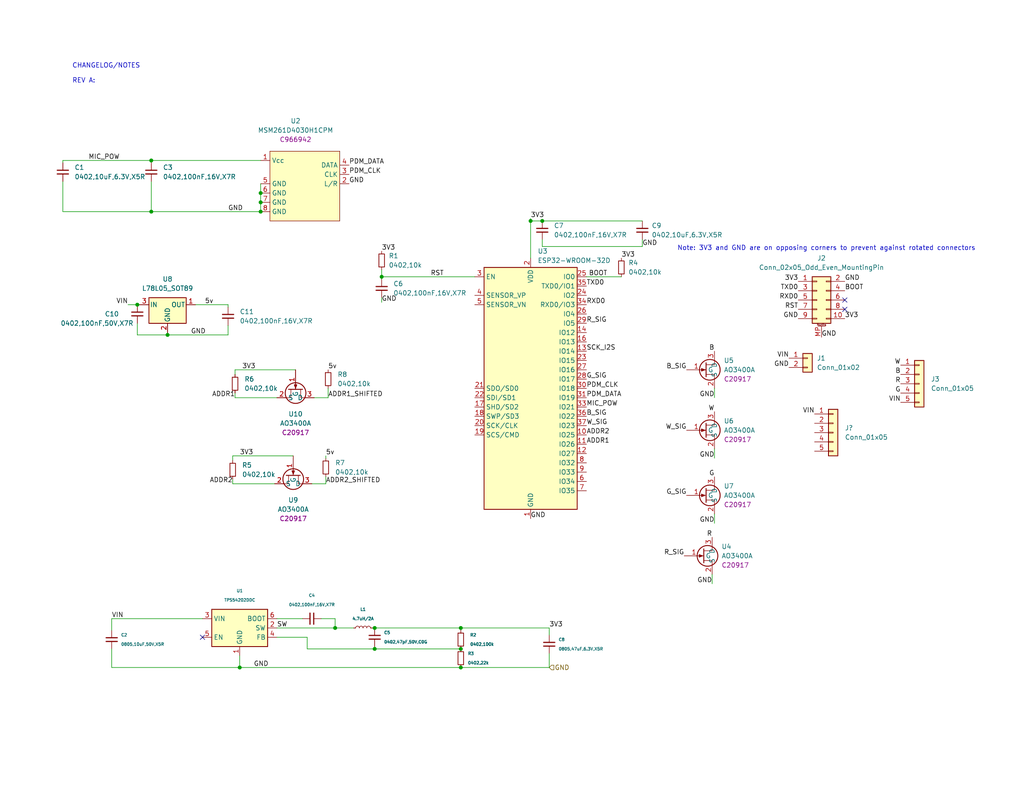
<source format=kicad_sch>
(kicad_sch (version 20211123) (generator eeschema)
  (paper "USLetter")
  (title_block (title "Main"))
  (lib_symbols
    (symbol "Connector_Generic:Conn_01x02" (pin_names (offset 1.016) hide)
      (property "Reference" "J" (at 0 2.54 0))
      (property "Value" "Conn_01x02" (at 0 -5.08 0))
      (symbol "Conn_01x02_1_1"
        (rectangle (start -1.27 -2.413) (end 0 -2.667) (stroke (width 0.1524)))
        (rectangle (start -1.27 0.127) (end 0 -0.127) (stroke (width 0.1524)))
        (rectangle (start -1.27 1.27) (end 1.27 -3.81) (stroke (width 0.254)) (fill (type background)))
        (pin passive line (at -5.08 0 0) (length 3.81) (name "Pin_1") (number "1"))
        (pin passive line (at -5.08 -2.54 0) (length 3.81) (name "Pin_2") (number "2"))
      )
    )
    (symbol "Connector_Generic:Conn_01x05" (pin_names (offset 1.016) hide)
      (property "Reference" "J" (at 0 7.62 0))
      (property "Value" "Conn_01x05" (at 0 -7.62 0))
      (symbol "Conn_01x05_1_1"
        (rectangle (start -1.27 -4.953) (end 0 -5.207) (stroke (width 0.1524)))
        (rectangle (start -1.27 -2.413) (end 0 -2.667) (stroke (width 0.1524)))
        (rectangle (start -1.27 0.127) (end 0 -0.127) (stroke (width 0.1524)))
        (rectangle (start -1.27 2.667) (end 0 2.413) (stroke (width 0.1524)))
        (rectangle (start -1.27 5.207) (end 0 4.953) (stroke (width 0.1524)))
        (rectangle (start -1.27 6.35) (end 1.27 -6.35) (stroke (width 0.254)) (fill (type background)))
        (pin passive line (at -5.08 5.08 0) (length 3.81) (name "Pin_1") (number "1"))
        (pin passive line (at -5.08 2.54 0) (length 3.81) (name "Pin_2") (number "2"))
        (pin passive line (at -5.08 0 0) (length 3.81) (name "Pin_3") (number "3"))
        (pin passive line (at -5.08 -2.54 0) (length 3.81) (name "Pin_4") (number "4"))
        (pin passive line (at -5.08 -5.08 0) (length 3.81) (name "Pin_5") (number "5"))
      )
    )
    (symbol "Connector_Generic_MountingPin:Conn_02x05_Odd_Even_MountingPin" (pin_names (offset 1.016) hide)
      (property "Reference" "J" (at 1.27 7.62 0))
      (property "Value" "Conn_02x05_Odd_Even_MountingPin" (at 2.54 -7.62 0))
      (symbol "Conn_02x05_Odd_Even_MountingPin_1_1"
        (rectangle (start -1.27 -4.953) (end 0 -5.207) (stroke (width 0.1524)))
        (rectangle (start -1.27 -2.413) (end 0 -2.667) (stroke (width 0.1524)))
        (rectangle (start -1.27 0.127) (end 0 -0.127) (stroke (width 0.1524)))
        (rectangle (start -1.27 2.667) (end 0 2.413) (stroke (width 0.1524)))
        (rectangle (start -1.27 5.207) (end 0 4.953) (stroke (width 0.1524)))
        (rectangle (start -1.27 6.35) (end 3.81 -6.35) (stroke (width 0.254)) (fill (type background)))
        (polyline (pts (xy 0.254 -7.112) (xy 2.286 -7.112)) (stroke (width 0.1524)))
        (rectangle (start 3.81 -4.953) (end 2.54 -5.207) (stroke (width 0.1524)))
        (rectangle (start 3.81 -2.413) (end 2.54 -2.667) (stroke (width 0.1524)))
        (rectangle (start 3.81 0.127) (end 2.54 -0.127) (stroke (width 0.1524)))
        (rectangle (start 3.81 2.667) (end 2.54 2.413) (stroke (width 0.1524)))
        (rectangle (start 3.81 5.207) (end 2.54 4.953) (stroke (width 0.1524)))
        (text "Mounting" (at 1.27 -6.731 0) (effects (font (size 0.381 0.381))))
        (pin passive line (at -5.08 5.08 0) (length 3.81) (name "Pin_1") (number "1"))
        (pin passive line (at 7.62 -5.08 180) (length 3.81) (name "Pin_10") (number "10"))
        (pin passive line (at 7.62 5.08 180) (length 3.81) (name "Pin_2") (number "2"))
        (pin passive line (at -5.08 2.54 0) (length 3.81) (name "Pin_3") (number "3"))
        (pin passive line (at 7.62 2.54 180) (length 3.81) (name "Pin_4") (number "4"))
        (pin passive line (at -5.08 0 0) (length 3.81) (name "Pin_5") (number "5"))
        (pin passive line (at 7.62 0 180) (length 3.81) (name "Pin_6") (number "6"))
        (pin passive line (at -5.08 -2.54 0) (length 3.81) (name "Pin_7") (number "7"))
        (pin passive line (at 7.62 -2.54 180) (length 3.81) (name "Pin_8") (number "8"))
        (pin passive line (at -5.08 -5.08 0) (length 3.81) (name "Pin_9") (number "9"))
        (pin passive line (at 1.27 -10.16 90) (length 3.048) (name "MountPin") (number "MP"))
      )
    )
    (symbol "Device:L_Small" (pin_numbers hide) (pin_names (offset 0.254) hide)
      (property "Reference" "L" (at 0.762 1.016 0))
      (property "Value" "L_Small" (at 0.762 -1.016 0))
      (symbol "L_Small_0_1"
        (arc (start 0 -2.032) (mid 0.508 -1.524) (end 0 -1.016))
        (arc (start 0 -1.016) (mid 0.508 -0.508) (end 0 0))
        (arc (start 0 0) (mid 0.508 0.508) (end 0 1.016))
        (arc (start 0 1.016) (mid 0.508 1.524) (end 0 2.032))
      )
      (symbol "L_Small_1_1"
        (pin passive line (at 0 2.54 270) (length 0.508) (name "~") (number "1"))
        (pin passive line (at 0 -2.54 90) (length 0.508) (name "~") (number "2"))
      )
    )
    (symbol "RF_Module:ESP32-WROOM-32D"
      (property "Reference" "U" (at -12.7 34.29 0))
      (property "Value" "ESP32-WROOM-32D" (at 1.27 34.29 0))
      (symbol "ESP32-WROOM-32D_0_1"
        (rectangle (start -12.7 33.02) (end 12.7 -33.02) (stroke (width 0.254)) (fill (type background)))
      )
      (symbol "ESP32-WROOM-32D_1_1"
        (pin power_in line (at 0 -35.56 90) (length 2.54) (name "GND") (number "1"))
        (pin bidirectional line (at 15.24 -12.7 180) (length 2.54) (name "IO25") (number "10"))
        (pin bidirectional line (at 15.24 -15.24 180) (length 2.54) (name "IO26") (number "11"))
        (pin bidirectional line (at 15.24 -17.78 180) (length 2.54) (name "IO27") (number "12"))
        (pin bidirectional line (at 15.24 10.16 180) (length 2.54) (name "IO14") (number "13"))
        (pin bidirectional line (at 15.24 15.24 180) (length 2.54) (name "IO12") (number "14"))
        (pin passive line (at 0 -35.56 90) (length 2.54) hide (name "GND") (number "15"))
        (pin bidirectional line (at 15.24 12.7 180) (length 2.54) (name "IO13") (number "16"))
        (pin bidirectional line (at -15.24 -5.08 0) (length 2.54) (name "SHD/SD2") (number "17"))
        (pin bidirectional line (at -15.24 -7.62 0) (length 2.54) (name "SWP/SD3") (number "18"))
        (pin bidirectional line (at -15.24 -12.7 0) (length 2.54) (name "SCS/CMD") (number "19"))
        (pin power_in line (at 0 35.56 270) (length 2.54) (name "VDD") (number "2"))
        (pin bidirectional line (at -15.24 -10.16 0) (length 2.54) (name "SCK/CLK") (number "20"))
        (pin bidirectional line (at -15.24 0 0) (length 2.54) (name "SDO/SD0") (number "21"))
        (pin bidirectional line (at -15.24 -2.54 0) (length 2.54) (name "SDI/SD1") (number "22"))
        (pin bidirectional line (at 15.24 7.62 180) (length 2.54) (name "IO15") (number "23"))
        (pin bidirectional line (at 15.24 25.4 180) (length 2.54) (name "IO2") (number "24"))
        (pin bidirectional line (at 15.24 30.48 180) (length 2.54) (name "IO0") (number "25"))
        (pin bidirectional line (at 15.24 20.32 180) (length 2.54) (name "IO4") (number "26"))
        (pin bidirectional line (at 15.24 5.08 180) (length 2.54) (name "IO16") (number "27"))
        (pin bidirectional line (at 15.24 2.54 180) (length 2.54) (name "IO17") (number "28"))
        (pin bidirectional line (at 15.24 17.78 180) (length 2.54) (name "IO5") (number "29"))
        (pin input line (at -15.24 30.48 0) (length 2.54) (name "EN") (number "3"))
        (pin bidirectional line (at 15.24 0 180) (length 2.54) (name "IO18") (number "30"))
        (pin bidirectional line (at 15.24 -2.54 180) (length 2.54) (name "IO19") (number "31"))
        (pin no_connect line (at -12.7 -27.94 0) (length 2.54) hide (name "NC") (number "32"))
        (pin bidirectional line (at 15.24 -5.08 180) (length 2.54) (name "IO21") (number "33"))
        (pin bidirectional line (at 15.24 22.86 180) (length 2.54) (name "RXD0/IO3") (number "34"))
        (pin bidirectional line (at 15.24 27.94 180) (length 2.54) (name "TXD0/IO1") (number "35"))
        (pin bidirectional line (at 15.24 -7.62 180) (length 2.54) (name "IO22") (number "36"))
        (pin bidirectional line (at 15.24 -10.16 180) (length 2.54) (name "IO23") (number "37"))
        (pin passive line (at 0 -35.56 90) (length 2.54) hide (name "GND") (number "38"))
        (pin passive line (at 0 -35.56 90) (length 2.54) hide (name "GND") (number "39"))
        (pin input line (at -15.24 25.4 0) (length 2.54) (name "SENSOR_VP") (number "4"))
        (pin input line (at -15.24 22.86 0) (length 2.54) (name "SENSOR_VN") (number "5"))
        (pin input line (at 15.24 -25.4 180) (length 2.54) (name "IO34") (number "6"))
        (pin input line (at 15.24 -27.94 180) (length 2.54) (name "IO35") (number "7"))
        (pin bidirectional line (at 15.24 -20.32 180) (length 2.54) (name "IO32") (number "8"))
        (pin bidirectional line (at 15.24 -22.86 180) (length 2.54) (name "IO33") (number "9"))
      )
    )
    (symbol "Regulator_Linear:L78L05_SOT89" (pin_names (offset 0.254))
      (property "Reference" "U" (at -3.81 3.175 0))
      (property "Value" "L78L05_SOT89" (at -0.635 3.175 0))
      (symbol "L78L05_SOT89_0_1"
        (rectangle (start -5.08 1.905) (end 5.08 -5.08) (stroke (width 0.254)) (fill (type background)))
      )
      (symbol "L78L05_SOT89_1_1"
        (pin power_out line (at 7.62 0 180) (length 2.54) (name "OUT") (number "1"))
        (pin power_in line (at 0 -7.62 90) (length 2.54) (name "GND") (number "2"))
        (pin power_in line (at -7.62 0 0) (length 2.54) (name "IN") (number "3"))
      )
    )
    (symbol "Regulator_Switching:TPS54202DDC"
      (property "Reference" "U" (at -7.62 6.35 0))
      (property "Value" "TPS54202DDC" (at 0 6.35 0))
      (symbol "TPS54202DDC_0_1"
        (rectangle (start -7.62 5.08) (end 7.62 -5.08) (stroke (width 0.254)) (fill (type background)))
      )
      (symbol "TPS54202DDC_1_1"
        (pin power_in line (at 0 -7.62 90) (length 2.54) (name "GND") (number "1"))
        (pin power_out line (at 10.16 0 180) (length 2.54) (name "SW") (number "2"))
        (pin power_in line (at -10.16 2.54 0) (length 2.54) (name "VIN") (number "3"))
        (pin input line (at 10.16 -2.54 180) (length 2.54) (name "FB") (number "4"))
        (pin input line (at -10.16 -2.54 0) (length 2.54) (name "EN") (number "5"))
        (pin passive line (at 10.16 2.54 180) (length 2.54) (name "BOOT") (number "6"))
      )
    )
    (symbol "WS_LCSC_ICs:MSM261D4030H1CPM"
      (property "Reference" "U" (at 6.35 8.89 0))
      (property "Value" "MSM261D4030H1CPM" (at 8.89 6.35 0))
      (property "LCSC" "C966942" (at 8.89 3.81 0))
      (symbol "MSM261D4030H1CPM_0_0"
        (pin unspecified line (at 0 0 0) (length 2.54) (name "Vcc") (number "1"))
        (pin unspecified line (at 24.13 -6.35 180) (length 2.54) (name "L/R") (number "2"))
        (pin unspecified line (at 24.13 -3.81 180) (length 2.54) (name "CLK") (number "3"))
        (pin unspecified line (at 24.13 -1.27 180) (length 2.54) (name "DATA") (number "4"))
        (pin unspecified line (at 0 -6.35 0) (length 2.54) (name "GND") (number "5"))
        (pin unspecified line (at 0 -8.89 0) (length 2.54) (name "GND") (number "6"))
        (pin unspecified line (at 0 -11.43 0) (length 2.54) (name "GND") (number "7"))
        (pin unspecified line (at 0 -13.97 0) (length 2.54) (name "GND") (number "8"))
      )
      (symbol "MSM261D4030H1CPM_0_1"
        (rectangle (start 2.54 2.54) (end 21.59 -16.51) (fill (type background)))
      )
    )
    (symbol "WS_LCSC_transistors:AO3400A"
      (property "Reference" "U" (at -8.89 2.54 0))
      (property "Value" "AO3400A" (at -6.35 5.08 0))
      (property "LCSC" "C20917" (at 1.27 21.59 0))
      (symbol "AO3400A_0_1"
        (polyline (pts (xy -1.016 1.905) (xy -1.016 -1.905) (xy -1.016 -1.905)) (stroke (width 0.254)))
        (polyline (pts (xy 1.27 -2.54) (xy 1.27 -1.27) (xy -1.016 -1.27)))
        (polyline (pts (xy 1.27 2.54) (xy 1.27 1.397) (xy -1.016 1.397)))
        (polyline (pts (xy -1.27 0) (xy -2.286 0.381) (xy -2.286 -0.381) (xy -1.27 0)) (fill (type outline)))
        (circle (center 0 0) (radius 2.8194) (stroke (width 0.254)))
      )
      (symbol "AO3400A_1_1"
        (pin input line (at -6.35 0 0) (length 5.334) (name "G") (number "1"))
        (pin passive line (at 1.27 -5.08 90) (length 2.54) (name "S") (number "2"))
        (pin passive line (at 1.27 5.08 270) (length 2.54) (name "D") (number "3"))
      )
    )
    (symbol "jlcpcb-basic-capacitor:0402,100nF,16V,X7R "
      (property "Reference" "C" (at 1.71 0.508 0))
      (property "Value" "0402,100nF,16V,X7R " (at 1.71 -1.016 0))
      (symbol "0402,100nF,16V,X7R _0_0"
        (polyline (pts (xy -1.524 -0.508) (xy 1.524 -0.508)) (stroke (width 0.3048)))
        (polyline (pts (xy -1.524 0.508) (xy 1.524 0.508)) (stroke (width 0.3048)))
        (pin passive line (at 0 2.54 270) (length 2.032) (name "~") (number "1"))
        (pin passive line (at 0 -2.54 90) (length 2.032) (name "~") (number "2"))
      )
    )
    (symbol "jlcpcb-basic-capacitor:0402,100nF,50V,X7R "
      (property "Reference" "C" (at 1.71 0.508 0))
      (property "Value" "0402,100nF,50V,X7R " (at 1.71 -1.016 0))
      (symbol "0402,100nF,50V,X7R _0_0"
        (polyline (pts (xy -1.524 -0.508) (xy 1.524 -0.508)) (stroke (width 0.3048)))
        (polyline (pts (xy -1.524 0.508) (xy 1.524 0.508)) (stroke (width 0.3048)))
        (pin passive line (at 0 2.54 270) (length 2.032) (name "~") (number "1"))
        (pin passive line (at 0 -2.54 90) (length 2.032) (name "~") (number "2"))
      )
    )
    (symbol "jlcpcb-basic-capacitor:0402,10uF,6.3V,X5R "
      (property "Reference" "C" (at 1.71 0.508 0))
      (property "Value" "0402,10uF,6.3V,X5R " (at 1.71 -1.016 0))
      (symbol "0402,10uF,6.3V,X5R _0_0"
        (polyline (pts (xy -1.524 -0.508) (xy 1.524 -0.508)) (stroke (width 0.3048)))
        (polyline (pts (xy -1.524 0.508) (xy 1.524 0.508)) (stroke (width 0.3048)))
        (pin passive line (at 0 2.54 270) (length 2.032) (name "~") (number "1"))
        (pin passive line (at 0 -2.54 90) (length 2.032) (name "~") (number "2"))
      )
    )
    (symbol "jlcpcb-basic-capacitor:0402,47pF,50V,C0G "
      (property "Reference" "C" (at 1.71 0.508 0))
      (property "Value" "0402,47pF,50V,C0G " (at 1.71 -1.016 0))
      (symbol "0402,47pF,50V,C0G _0_0"
        (polyline (pts (xy -1.524 -0.508) (xy 1.524 -0.508)) (stroke (width 0.3048)))
        (polyline (pts (xy -1.524 0.508) (xy 1.524 0.508)) (stroke (width 0.3048)))
        (pin passive line (at 0 2.54 270) (length 2.032) (name "~") (number "1"))
        (pin passive line (at 0 -2.54 90) (length 2.032) (name "~") (number "2"))
      )
    )
    (symbol "jlcpcb-basic-capacitor:0805,10uF,50V,X5R "
      (property "Reference" "C" (at 1.71 0.508 0))
      (property "Value" "0805,10uF,50V,X5R " (at 1.71 -1.016 0))
      (symbol "0805,10uF,50V,X5R _0_0"
        (polyline (pts (xy -1.524 -0.508) (xy 1.524 -0.508)) (stroke (width 0.3048)))
        (polyline (pts (xy -1.524 0.508) (xy 1.524 0.508)) (stroke (width 0.3048)))
        (pin passive line (at 0 2.54 270) (length 2.032) (name "~") (number "1"))
        (pin passive line (at 0 -2.54 90) (length 2.032) (name "~") (number "2"))
      )
    )
    (symbol "jlcpcb-basic-capacitor:0805,47uF,6.3V,X5R "
      (property "Reference" "C" (at 1.71 0.508 0))
      (property "Value" "0805,47uF,6.3V,X5R " (at 1.71 -1.016 0))
      (symbol "0805,47uF,6.3V,X5R _0_0"
        (polyline (pts (xy -1.524 -0.508) (xy 1.524 -0.508)) (stroke (width 0.3048)))
        (polyline (pts (xy -1.524 0.508) (xy 1.524 0.508)) (stroke (width 0.3048)))
        (pin passive line (at 0 2.54 270) (length 2.032) (name "~") (number "1"))
        (pin passive line (at 0 -2.54 90) (length 2.032) (name "~") (number "2"))
      )
    )
    (symbol "jlcpcb-basic-resistor:0402,100k"
      (property "Reference" "R" (at 0.762 0.508 0))
      (property "Value" "0402,100k" (at 0.762 -1.016 0))
      (symbol "0402,100k_0_0"
        (rectangle (start -0.762 1.778) (end 0.762 -1.778) (stroke (width 0.2032)))
        (pin passive line (at 0 2.54 270) (length 0.762) (name "~") (number "1"))
        (pin passive line (at 0 -2.54 90) (length 0.762) (name "~") (number "2"))
      )
    )
    (symbol "jlcpcb-basic-resistor:0402,10k"
      (property "Reference" "R" (at 0.762 0.508 0))
      (property "Value" "0402,10k" (at 0.762 -1.016 0))
      (symbol "0402,10k_0_0"
        (rectangle (start -0.762 1.778) (end 0.762 -1.778) (stroke (width 0.2032)))
        (pin passive line (at 0 2.54 270) (length 0.762) (name "~") (number "1"))
        (pin passive line (at 0 -2.54 90) (length 0.762) (name "~") (number "2"))
      )
    )
    (symbol "jlcpcb-basic-resistor:0402,22k"
      (property "Reference" "R" (at 0.762 0.508 0))
      (property "Value" "0402,22k" (at 0.762 -1.016 0))
      (symbol "0402,22k_0_0"
        (rectangle (start -0.762 1.778) (end 0.762 -1.778) (stroke (width 0.2032)))
        (pin passive line (at 0 2.54 270) (length 0.762) (name "~") (number "1"))
        (pin passive line (at 0 -2.54 90) (length 0.762) (name "~") (number "2"))
      )
    )
  )
  (junction (at 104.14 75.565))
  (junction (at 102.235 171.45))
  (junction (at 37.465 83.185))
  (junction (at 147.955 60.325))
  (junction (at 45.72 91.44))
  (junction (at 144.78 60.325))
  (junction (at 71.12 55.245))
  (junction (at 91.44 171.45))
  (junction (at 125.73 171.45))
  (junction (at 71.12 57.785))
  (junction (at 41.275 43.815))
  (junction (at 65.405 182.245))
  (junction (at 71.12 52.705))
  (junction (at 41.275 57.785))
  (junction (at 102.235 177.165))
  (junction (at 125.73 182.245))
  (junction (at 125.73 177.165))
  (no_connect (at 230.505 84.455))
  (no_connect (at 55.245 173.99))
  (no_connect (at 230.505 81.915))
  (wire (pts (xy 91.44 168.91) (xy 91.44 171.45)))
  (wire (pts (xy 62.23 88.9) (xy 62.23 91.44)))
  (wire (pts (xy 41.275 49.53) (xy 41.275 57.785)))
  (wire (pts (xy 64.135 108.585) (xy 64.135 107.315)))
  (wire (pts (xy 37.465 83.185) (xy 38.1 83.185)))
  (wire (pts (xy 104.14 73.66) (xy 104.14 75.565)))
  (wire (pts (xy 37.465 91.44) (xy 45.72 91.44)))
  (wire (pts (xy 80.645 100.965) (xy 64.135 100.965)))
  (wire (pts (xy 53.34 83.185) (xy 62.23 83.185)))
  (wire (pts (xy 85.725 108.585) (xy 89.535 108.585)))
  (wire (pts (xy 88.9 124.46) (xy 88.9 125.095)))
  (wire (pts (xy 41.275 43.815) (xy 17.145 43.815)))
  (wire (pts (xy 45.72 91.44) (xy 45.72 90.805)))
  (wire (pts (xy 83.82 173.99) (xy 75.565 173.99)))
  (wire (pts (xy 62.23 91.44) (xy 45.72 91.44)))
  (wire (pts (xy 80.01 124.46) (xy 63.5 124.46)))
  (wire (pts (xy 71.12 43.815) (xy 41.275 43.815)))
  (wire (pts (xy 160.02 75.565) (xy 169.545 75.565)))
  (wire (pts (xy 87.63 168.91) (xy 91.44 168.91)))
  (wire (pts (xy 129.54 75.565) (xy 104.14 75.565)))
  (wire (pts (xy 30.48 182.245) (xy 65.405 182.245)))
  (wire (pts (xy 63.5 124.46) (xy 63.5 125.73)))
  (wire (pts (xy 194.945 125.095) (xy 194.945 122.555)))
  (wire (pts (xy 125.73 182.245) (xy 65.405 182.245)))
  (wire (pts (xy 71.12 55.245) (xy 71.12 57.785)))
  (wire (pts (xy 55.245 168.91) (xy 30.48 168.91)))
  (wire (pts (xy 104.14 75.565) (xy 104.14 76.2)))
  (wire (pts (xy 102.235 177.165) (xy 102.235 176.53)))
  (wire (pts (xy 104.14 82.55) (xy 104.14 81.28)))
  (wire (pts (xy 30.48 168.91) (xy 30.48 172.085)))
  (wire (pts (xy 62.23 83.185) (xy 62.23 83.82)))
  (wire (pts (xy 71.12 52.705) (xy 71.12 55.245)))
  (wire (pts (xy 125.73 172.085) (xy 125.73 171.45)))
  (wire (pts (xy 17.145 43.815) (xy 17.145 44.45)))
  (wire (pts (xy 71.12 50.165) (xy 71.12 52.705)))
  (wire (pts (xy 144.78 60.325) (xy 144.78 70.485)))
  (wire (pts (xy 88.9 132.08) (xy 88.9 130.175)))
  (wire (pts (xy 37.465 88.265) (xy 37.465 91.44)))
  (wire (pts (xy 75.565 108.585) (xy 64.135 108.585)))
  (wire (pts (xy 144.78 59.69) (xy 144.78 60.325)))
  (wire (pts (xy 102.235 171.45) (xy 125.73 171.45)))
  (wire (pts (xy 74.93 132.08) (xy 63.5 132.08)))
  (wire (pts (xy 144.78 60.325) (xy 147.955 60.325)))
  (wire (pts (xy 85.09 132.08) (xy 88.9 132.08)))
  (wire (pts (xy 75.565 168.91) (xy 82.55 168.91)))
  (wire (pts (xy 149.86 178.435) (xy 149.86 182.245)))
  (wire (pts (xy 64.135 100.965) (xy 64.135 102.235)))
  (wire (pts (xy 175.26 67.31) (xy 147.955 67.31)))
  (wire (pts (xy 194.945 108.585) (xy 194.945 106.045)))
  (wire (pts (xy 175.26 67.31) (xy 175.26 65.405)))
  (wire (pts (xy 71.12 57.785) (xy 41.275 57.785)))
  (wire (pts (xy 194.31 159.385) (xy 194.31 156.845)))
  (wire (pts (xy 147.955 60.325) (xy 175.26 60.325)))
  (wire (pts (xy 91.44 171.45) (xy 96.52 171.45)))
  (wire (pts (xy 102.235 171.45) (xy 101.6 171.45)))
  (wire (pts (xy 125.73 177.165) (xy 102.235 177.165)))
  (wire (pts (xy 65.405 179.07) (xy 65.405 182.245)))
  (wire (pts (xy 194.945 142.875) (xy 194.945 140.335)))
  (wire (pts (xy 91.44 171.45) (xy 75.565 171.45)))
  (wire (pts (xy 125.73 171.45) (xy 149.86 171.45)))
  (wire (pts (xy 63.5 132.08) (xy 63.5 130.81)))
  (wire (pts (xy 34.925 83.185) (xy 37.465 83.185)))
  (wire (pts (xy 41.275 57.785) (xy 17.145 57.785)))
  (wire (pts (xy 102.235 177.165) (xy 83.82 177.165)))
  (wire (pts (xy 149.86 171.45) (xy 149.86 173.355)))
  (wire (pts (xy 17.145 57.785) (xy 17.145 49.53)))
  (wire (pts (xy 41.275 43.815) (xy 41.275 44.45)))
  (wire (pts (xy 147.955 67.31) (xy 147.955 65.405)))
  (wire (pts (xy 30.48 177.165) (xy 30.48 182.245)))
  (wire (pts (xy 125.73 182.245) (xy 149.86 182.245)))
  (wire (pts (xy 83.82 177.165) (xy 83.82 173.99)))
  (wire (pts (xy 89.535 108.585) (xy 89.535 106.045)))
  (text "Note: 3V3 and GND are on opposing corners to prevent against rotated connectors\n" (at 184.785 68.58 0) (effects (font (size 1.27 1.27)) (justify left bottom)))
  (text "CHANGELOG/NOTES\n\nREV A: " (at 19.685 22.86 0) (effects (font (size 1.27 1.27)) (justify left bottom)))
  (label "R" (at 245.745 104.775 180))
  (label "ADDR1_SHIFTED" (at 89.535 108.585 0))
  (label "G_SIG" (at 160.02 103.505 0))
  (label "R_SIG" (at 186.69 151.765 180))
  (label "5v" (at 89.535 100.965 0))
  (label "SCK_I2S" (at 160.02 95.885 0))
  (label "TXD0" (at 160.02 78.105 0))
  (label "PDM_CLK" (at 95.25 47.625 0))
  (label "GND" (at 217.805 86.995 180))
  (label "B_SIG" (at 160.02 113.665 0))
  (label "W" (at 245.745 99.695 180))
  (label "GND" (at 194.945 108.585 180))
  (label "RXD0" (at 160.02 83.185 0))
  (label "5v" (at 88.9 124.46 0))
  (label "R" (at 194.31 146.685 180))
  (label "3V3" (at 169.545 70.485 0))
  (label "PDM_DATA" (at 160.02 108.585 0))
  (label "GND" (at 175.26 67.31 0))
  (label "VIN" (at 245.745 109.855 180))
  (label "W_SIG" (at 160.02 116.205 0))
  (label "G_SIG" (at 187.325 135.255 180))
  (label "VIN" (at 34.925 83.185 180))
  (label "3V3" (at 65.405 124.46 0))
  (label "MIC_POW" (at 24.13 43.815 0))
  (label "GND" (at 230.505 76.835 0))
  (label "3V3" (at 104.14 68.58 0))
  (label "ADDR2_SHIFTED" (at 88.9 132.08 0))
  (label "GND" (at 52.07 91.44 0))
  (label "W" (at 194.945 112.395 180))
  (label "3V3" (at 217.805 76.835 180))
  (label "ADDR2" (at 63.5 132.08 180))
  (label "3V3" (at 149.86 171.45 0))
  (label "RST" (at 117.475 75.565 0))
  (label "B" (at 245.745 102.235 180))
  (label "GND" (at 194.945 125.095 180))
  (label "PDM_CLK" (at 160.02 106.045 0))
  (label "PDM_DATA" (at 95.25 45.085 0))
  (label "VIN" (at 215.265 97.79 180))
  (label "ADDR2" (at 160.02 118.745 0))
  (label "R_SIG" (at 160.02 88.265 0))
  (label "GND" (at 69.215 182.245 0))
  (label "B" (at 194.945 95.885 180))
  (label "B_SIG" (at 187.325 100.965 180))
  (label "W_SIG" (at 187.325 117.475 180))
  (label "GND" (at 224.155 92.075 0))
  (label "3V3" (at 230.505 86.995 0))
  (label "VIN" (at 30.48 168.91 0))
  (label "5v" (at 55.88 83.185 0))
  (label "SW" (at 75.565 171.45 0))
  (label "TXD0" (at 217.805 79.375 180))
  (label "GND" (at 194.31 159.385 180))
  (label "GND" (at 104.14 82.55 0))
  (label "3V3" (at 144.78 59.69 0))
  (label "GND" (at 194.945 142.875 180))
  (label "G" (at 245.745 107.315 180))
  (label "GND" (at 215.265 100.33 180))
  (label "BOOT" (at 165.735 75.565 180))
  (label "GND" (at 62.23 57.785 0))
  (label "G" (at 194.945 130.175 180))
  (label "GND" (at 95.25 50.165 0))
  (label "RST" (at 217.805 84.455 180))
  (label "ADDR1" (at 64.135 108.585 180))
  (label "GND" (at 144.78 141.605 0))
  (label "RXD0" (at 217.805 81.915 180))
  (label "ADDR1" (at 160.02 121.285 0))
  (label "3V3" (at 66.04 100.965 0))
  (label "MIC_POW" (at 160.02 111.125 0))
  (label "VIN" (at 222.25 113.03 180))
  (label "BOOT" (at 230.505 79.375 0))
  (hierarchical_label "GND" (shape input) (at 149.86 182.245 0))
  (symbol (lib_id "Regulator_Switching:TPS54202DDC") (at 65.405 171.45 0) (unit 1)
    (property "Reference" "U1" (at 65.405 161.29 0) (effects (font (size 0.8 0.8))))
    (property "Value" "TPS54202DDC" (at 65.405 163.83 0) (effects (font (size 0.8 0.8))))
    (property "Footprint" "Package_TO_SOT_SMD:SOT-23-6" (effects hide))
    (property "Datasheet" "http://www.ti.com/lit/ds/symlink/tps54202.pdf" (effects hide))
    (property "LCSC" "C191884" (effects hide))
    (property "MFG" "Texas Instruments" (effects hide))
    (property "MFGPN" "TPS54202DDCR" (effects hide))
  )
  (symbol (lib_id "jlcpcb-basic-capacitor:0402,100nF,16V,X7R ") (at 85.09 168.91 90) (unit 1)
    (property "Reference" "C4" (at 85.09 162.56 90) (effects (font (size 0.8 0.8))))
    (property "Value" "0402,100nF,16V,X7R " (at 85.09 165.1 90) (effects (font (size 0.8 0.8))))
    (property "Footprint" "Capacitor_SMD:C_0402_1005Metric" (effects hide))
    (property "Datasheet" "https://datasheet.lcsc.com/lcsc/1810191219_Samsung-Electro-Mechanics-CL05B104KO5NNNC_C1525.pdf" (effects hide))
    (property "LCSC" "C1525" (effects hide))
    (property "MFG" "Samsung Electro-Mechanics" (effects hide))
    (property "MFGPN" "CL05B104KO5NNNC" (effects hide))
  )
  (symbol (lib_id "jlcpcb-basic-capacitor:0402,100nF,16V,X7R ") (at 41.275 46.99 0) (unit 1)
    (property "Reference" "C3" (at 44.45 45.7199 0) (effects (justify left)))
    (property "Value" "0402,100nF,16V,X7R " (at 44.45 48.2599 0) (effects (justify left)))
    (property "Footprint" "C_0402_1005Metric" (effects hide))
    (property "Datasheet" "https://datasheet.lcsc.com/lcsc/1810191219_Samsung-Electro-Mechanics-CL05B104KO5NNNC_C1525.pdf" (effects hide))
    (property "LCSC" "C1525" (effects hide))
    (property "MFG" "Samsung Electro-Mechanics" (effects hide))
    (property "MFGPN" "CL05B104KO5NNNC" (effects hide))
  )
  (symbol (lib_id "Connector_Generic_MountingPin:Conn_02x05_Odd_Even_MountingPin") (at 222.885 81.915 0) (unit 1)
    (property "Reference" "J2" (at 224.155 70.485 0))
    (property "Value" "Conn_02x05_Odd_Even_MountingPin" (at 224.155 73.025 0))
    (property "Footprint" "WS_LCSC_Connectors:YXT-BB10-10S-02" (effects hide))
    (property "LCSC" "C2763970" (effects hide))
  )
  (symbol (lib_id "jlcpcb-basic-capacitor:0402,100nF,16V,X7R ") (at 147.955 62.865 0) (unit 1)
    (property "Reference" "C7" (at 151.13 61.5949 0) (effects (justify left)))
    (property "Value" "0402,100nF,16V,X7R " (at 151.13 64.1349 0) (effects (justify left)))
    (property "Footprint" "C_0402_1005Metric" (effects hide))
    (property "Datasheet" "https://datasheet.lcsc.com/lcsc/1810191219_Samsung-Electro-Mechanics-CL05B104KO5NNNC_C1525.pdf" (effects hide))
    (property "LCSC" "C1525" (effects hide))
    (property "MFG" "Samsung Electro-Mechanics" (effects hide))
    (property "MFGPN" "CL05B104KO5NNNC" (effects hide))
  )
  (symbol (lib_id "Connector_Generic:Conn_01x02") (at 220.345 97.79 0) (unit 1)
    (property "Reference" "J1" (at 222.885 97.7899 0) (effects (justify left)))
    (property "Value" "Conn_01x02" (at 222.885 100.3299 0) (effects (justify left)))
    (property "Footprint" "Connector_JST:JST_PH_B2B-PH-SM4-TB_1x02-1MP_P2.00mm_Vertical" (effects hide))
  )
  (symbol (lib_id "WS_LCSC_transistors:AO3400A") (at 193.04 151.765 0) (unit 1)
    (property "Reference" "U4" (at 196.85 149.2249 0) (effects (justify left)))
    (property "Value" "AO3400A" (at 196.85 151.7649 0) (effects (justify left)))
    (property "Footprint" "Package_TO_SOT_SMD:SOT-23" (effects hide))
    (property "Datasheet" "https://datasheet.lcsc.com/lcsc/1811081213_Alpha---Omega-Semicon-AO3400A_C20917.pdf" (effects hide))
    (property "LCSC" "C20917" (at 196.85 154.3049 0) (effects (justify left)))
  )
  (symbol (lib_id "jlcpcb-basic-resistor:0402,10k") (at 64.135 104.775 180) (unit 1)
    (property "Reference" "R6" (at 66.675 103.5049 0) (effects (justify right)))
    (property "Value" "0402,10k" (at 66.675 106.0449 0) (effects (justify right)))
    (property "Footprint" "R_0402_1005Metric" (effects hide))
    (property "Datasheet" "https://datasheet.lcsc.com/lcsc/2110260030_UNI-ROYAL-Uniroyal-Elec-0402WGF1002TCE_C25744.pdf" (effects hide))
    (property "LCSC" "C25744" (effects hide))
    (property "MFG" "UNI-ROYAL(Uniroyal Elec)" (effects hide))
    (property "MFGPN" "0402WGF1002TCE" (effects hide))
  )
  (symbol (lib_id "RF_Module:ESP32-WROOM-32D") (at 144.78 106.045 0) (unit 1)
    (property "Reference" "U3" (at 146.685 68.58 0) (effects (justify left)))
    (property "Value" "ESP32-WROOM-32D" (at 146.685 71.12 0) (effects (justify left)))
    (property "Footprint" "RF_Module:ESP32-WROOM-32" (effects hide))
    (property "Datasheet" "https://www.espressif.com/sites/default/files/documentation/esp32-wroom-32d_esp32-wroom-32u_datasheet_en.pdf" (effects hide))
  )
  (symbol (lib_id "jlcpcb-basic-resistor:0402,10k") (at 89.535 103.505 180) (unit 1)
    (property "Reference" "R8" (at 92.075 102.2349 0) (effects (justify right)))
    (property "Value" "0402,10k" (at 92.075 104.7749 0) (effects (justify right)))
    (property "Footprint" "R_0402_1005Metric" (effects hide))
    (property "Datasheet" "https://datasheet.lcsc.com/lcsc/2110260030_UNI-ROYAL-Uniroyal-Elec-0402WGF1002TCE_C25744.pdf" (effects hide))
    (property "LCSC" "C25744" (effects hide))
    (property "MFG" "UNI-ROYAL(Uniroyal Elec)" (effects hide))
    (property "MFGPN" "0402WGF1002TCE" (effects hide))
  )
  (symbol (lib_id "Connector_Generic:Conn_01x05") (at 250.825 104.775 0) (unit 1)
    (property "Reference" "J3" (at 254 103.5049 0) (effects (justify left)))
    (property "Value" "Conn_01x05" (at 254 106.0449 0) (effects (justify left)))
    (property "Footprint" "WS_LCSC_Connectors:1x5 solder pad" (effects hide))
  )
  (symbol (lib_id "jlcpcb-basic-capacitor:0402,100nF,16V,X7R ") (at 104.14 78.74 0) (unit 1)
    (property "Reference" "C6" (at 107.315 77.4699 0) (effects (justify left)))
    (property "Value" "0402,100nF,16V,X7R " (at 107.315 80.0099 0) (effects (justify left)))
    (property "Footprint" "C_0402_1005Metric" (effects hide))
    (property "Datasheet" "https://datasheet.lcsc.com/lcsc/1810191219_Samsung-Electro-Mechanics-CL05B104KO5NNNC_C1525.pdf" (effects hide))
    (property "LCSC" "C1525" (effects hide))
    (property "MFG" "Samsung Electro-Mechanics" (effects hide))
    (property "MFGPN" "CL05B104KO5NNNC" (effects hide))
  )
  (symbol (lib_id "jlcpcb-basic-capacitor:0805,10uF,50V,X5R ") (at 30.48 174.625 0) (unit 1)
    (property "Reference" "C2" (at 33.02 173.3549 0) (effects (font (size 0.8 0.8)) (justify left)))
    (property "Value" "0805,10uF,50V,X5R " (at 33.02 175.8949 0) (effects (font (size 0.8 0.8)) (justify left)))
    (property "Footprint" "Capacitor_SMD:C_0805_2012Metric" (effects hide))
    (property "Datasheet" "https://datasheet.lcsc.com/lcsc/2004251506_Murata-Electronics-GRM21BR61H106KE43L_C440198.pdf" (effects hide))
    (property "LCSC" "C440198" (effects hide))
    (property "MFG" "Murata Electronics" (effects hide))
    (property "MFGPN" "GRM21BR61H106KE43L" (effects hide))
  )
  (symbol (lib_id "WS_LCSC_transistors:AO3400A") (at 193.675 100.965 0) (unit 1)
    (property "Reference" "U5" (at 197.485 98.4249 0) (effects (justify left)))
    (property "Value" "AO3400A" (at 197.485 100.9649 0) (effects (justify left)))
    (property "Footprint" "Package_TO_SOT_SMD:SOT-23" (effects hide))
    (property "Datasheet" "https://datasheet.lcsc.com/lcsc/1811081213_Alpha---Omega-Semicon-AO3400A_C20917.pdf" (effects hide))
    (property "LCSC" "C20917" (at 197.485 103.5049 0) (effects (justify left)))
  )
  (symbol (lib_id "jlcpcb-basic-capacitor:0402,10uF,6.3V,X5R ") (at 17.145 46.99 0) (unit 1)
    (property "Reference" "C1" (at 20.32 45.7199 0) (effects (justify left)))
    (property "Value" "0402,10uF,6.3V,X5R " (at 20.32 48.2599 0) (effects (justify left)))
    (property "Footprint" "C_0402_1005Metric" (effects hide))
    (property "Datasheet" "https://datasheet.lcsc.com/lcsc/1810191215_Samsung-Electro-Mechanics-CL05A106MQ5NUNC_C15525.pdf" (effects hide))
    (property "LCSC" "C15525" (effects hide))
    (property "MFG" "Samsung Electro-Mechanics" (effects hide))
    (property "MFGPN" "CL05A106MQ5NUNC" (effects hide))
  )
  (symbol (lib_id "jlcpcb-basic-capacitor:0402,47pF,50V,C0G ") (at 102.235 173.99 0) (unit 1)
    (property "Reference" "C5" (at 104.775 172.7199 0) (effects (font (size 0.8 0.8)) (justify left)))
    (property "Value" "0402,47pF,50V,C0G " (at 104.775 175.2599 0) (effects (font (size 0.8 0.8)) (justify left)))
    (property "Footprint" "Capacitor_SMD:C_0402_1005Metric" (effects hide))
    (property "Datasheet" "https://datasheet.lcsc.com/lcsc/1811151132_FH-Guangdong-Fenghua-Advanced-Tech-0402CG470J500NT_C1567.pdf" (effects hide))
    (property "LCSC" "C1567" (effects hide))
    (property "MFG" "FH(Guangdong Fenghua Advanced Tech)" (effects hide))
    (property "MFGPN" "0402CG470J500NT" (effects hide))
  )
  (symbol (lib_id "jlcpcb-basic-resistor:0402,10k") (at 169.545 73.025 0) (unit 1)
    (property "Reference" "R4" (at 171.45 71.7549 0) (effects (justify left)))
    (property "Value" "0402,10k" (at 171.45 74.2949 0) (effects (justify left)))
    (property "Footprint" "R_0402_1005Metric" (effects hide))
    (property "Datasheet" "https://datasheet.lcsc.com/lcsc/2110260030_UNI-ROYAL-Uniroyal-Elec-0402WGF1002TCE_C25744.pdf" (effects hide))
    (property "LCSC" "C25744" (effects hide))
    (property "MFG" "UNI-ROYAL(Uniroyal Elec)" (effects hide))
    (property "MFGPN" "0402WGF1002TCE" (effects hide))
  )
  (symbol (lib_id "Device:L_Small") (at 99.06 171.45 90) (unit 1)
    (property "Reference" "L1" (at 99.06 166.37 90) (effects (font (size 0.8 0.8))))
    (property "Value" "4.7uH/2A" (at 99.06 168.91 90) (effects (font (size 0.8 0.8))))
    (property "Footprint" "Inductor_SMD:L_Wuerth_MAPI-4030" (effects hide))
    (property "LCSC" "C340391" (effects hide))
    (property "MFG" "YJYCOIN" (effects hide))
    (property "MFGPN" "YNR4030-4R7M" (effects hide))
  )
  (symbol (lib_id "jlcpcb-basic-capacitor:0402,10uF,6.3V,X5R ") (at 175.26 62.865 0) (unit 1)
    (property "Reference" "C9" (at 177.8 61.5949 0) (effects (justify left)))
    (property "Value" "0402,10uF,6.3V,X5R " (at 177.8 64.1349 0) (effects (justify left)))
    (property "Footprint" "C_0402_1005Metric" (effects hide))
    (property "Datasheet" "https://datasheet.lcsc.com/lcsc/1810191215_Samsung-Electro-Mechanics-CL05A106MQ5NUNC_C15525.pdf" (effects hide))
    (property "LCSC" "C15525" (effects hide))
    (property "MFG" "Samsung Electro-Mechanics" (effects hide))
    (property "MFGPN" "CL05A106MQ5NUNC" (effects hide))
  )
  (symbol (lib_id "WS_LCSC_transistors:AO3400A") (at 80.01 130.81 270) (unit 1)
    (property "Reference" "U9" (at 80.01 136.525 90))
    (property "Value" "AO3400A" (at 80.01 139.065 90))
    (property "Footprint" "Package_TO_SOT_SMD:SOT-23" (effects hide))
    (property "Datasheet" "https://datasheet.lcsc.com/lcsc/1811081213_Alpha---Omega-Semicon-AO3400A_C20917.pdf" (effects hide))
    (property "LCSC" "C20917" (at 80.01 141.605 90))
  )
  (symbol (lib_id "jlcpcb-basic-resistor:0402,10k") (at 63.5 128.27 180) (unit 1)
    (property "Reference" "R5" (at 66.04 126.9999 0) (effects (justify right)))
    (property "Value" "0402,10k" (at 66.04 129.5399 0) (effects (justify right)))
    (property "Footprint" "R_0402_1005Metric" (effects hide))
    (property "Datasheet" "https://datasheet.lcsc.com/lcsc/2110260030_UNI-ROYAL-Uniroyal-Elec-0402WGF1002TCE_C25744.pdf" (effects hide))
    (property "LCSC" "C25744" (effects hide))
    (property "MFG" "UNI-ROYAL(Uniroyal Elec)" (effects hide))
    (property "MFGPN" "0402WGF1002TCE" (effects hide))
  )
  (symbol (lib_id "WS_LCSC_transistors:AO3400A") (at 193.675 135.255 0) (unit 1)
    (property "Reference" "U7" (at 197.485 132.7149 0) (effects (justify left)))
    (property "Value" "AO3400A" (at 197.485 135.2549 0) (effects (justify left)))
    (property "Footprint" "Package_TO_SOT_SMD:SOT-23" (effects hide))
    (property "Datasheet" "https://datasheet.lcsc.com/lcsc/1811081213_Alpha---Omega-Semicon-AO3400A_C20917.pdf" (effects hide))
    (property "LCSC" "C20917" (at 197.485 137.7949 0) (effects (justify left)))
  )
  (symbol (lib_id "Connector_Generic:Conn_01x05") (at 227.33 118.11 0) (unit 1)
    (property "Reference" "J?" (at 230.505 116.8399 0) (effects (justify left)))
    (property "Value" "Conn_01x05" (at 230.505 119.3799 0) (effects (justify left)))
    (property "Footprint" "WS_LCSC_Connectors:1x5 solder pad" (effects hide))
  )
  (symbol (lib_id "Regulator_Linear:L78L05_SOT89") (at 45.72 83.185 0) (unit 1)
    (property "Reference" "U8" (at 45.72 76.2 0))
    (property "Value" "L78L05_SOT89" (at 45.72 78.74 0))
    (property "Footprint" "Package_TO_SOT_SMD:SOT-89-3" (effects hide))
    (property "Datasheet" "http://www.st.com/content/ccc/resource/technical/document/datasheet/15/55/e5/aa/23/5b/43/fd/CD00000446.pdf/files/CD00000446.pdf/jcr:content/translations/en.CD00000446.pdf" (effects hide))
    (property "LCSC" "C71136" (effects hide))
  )
  (symbol (lib_id "jlcpcb-basic-capacitor:0402,100nF,16V,X7R ") (at 62.23 86.36 0) (unit 1)
    (property "Reference" "C11" (at 65.405 85.0899 0) (effects (justify left)))
    (property "Value" "0402,100nF,16V,X7R " (at 65.405 87.6299 0) (effects (justify left)))
    (property "Footprint" "C_0402_1005Metric" (effects hide))
    (property "Datasheet" "https://datasheet.lcsc.com/lcsc/1810191219_Samsung-Electro-Mechanics-CL05B104KO5NNNC_C1525.pdf" (effects hide))
    (property "LCSC" "C1525" (effects hide))
    (property "MFG" "Samsung Electro-Mechanics" (effects hide))
    (property "MFGPN" "CL05B104KO5NNNC" (effects hide))
  )
  (symbol (lib_id "jlcpcb-basic-resistor:0402,10k") (at 104.14 71.12 0) (unit 1)
    (property "Reference" "R1" (at 106.045 69.8499 0) (effects (justify left)))
    (property "Value" "0402,10k" (at 106.045 72.3899 0) (effects (justify left)))
    (property "Footprint" "R_0402_1005Metric" (effects hide))
    (property "Datasheet" "https://datasheet.lcsc.com/lcsc/2110260030_UNI-ROYAL-Uniroyal-Elec-0402WGF1002TCE_C25744.pdf" (effects hide))
    (property "LCSC" "C25744" (effects hide))
    (property "MFG" "UNI-ROYAL(Uniroyal Elec)" (effects hide))
    (property "MFGPN" "0402WGF1002TCE" (effects hide))
  )
  (symbol (lib_id "WS_LCSC_transistors:AO3400A") (at 80.645 107.315 270) (unit 1)
    (property "Reference" "U10" (at 80.645 113.03 90))
    (property "Value" "AO3400A" (at 80.645 115.57 90))
    (property "Footprint" "Package_TO_SOT_SMD:SOT-23" (effects hide))
    (property "Datasheet" "https://datasheet.lcsc.com/lcsc/1811081213_Alpha---Omega-Semicon-AO3400A_C20917.pdf" (effects hide))
    (property "LCSC" "C20917" (at 80.645 118.11 90))
  )
  (symbol (lib_id "jlcpcb-basic-resistor:0402,10k") (at 88.9 127.635 180) (unit 1)
    (property "Reference" "R7" (at 91.44 126.3649 0) (effects (justify right)))
    (property "Value" "0402,10k" (at 91.44 128.9049 0) (effects (justify right)))
    (property "Footprint" "R_0402_1005Metric" (effects hide))
    (property "Datasheet" "https://datasheet.lcsc.com/lcsc/2110260030_UNI-ROYAL-Uniroyal-Elec-0402WGF1002TCE_C25744.pdf" (effects hide))
    (property "LCSC" "C25744" (effects hide))
    (property "MFG" "UNI-ROYAL(Uniroyal Elec)" (effects hide))
    (property "MFGPN" "0402WGF1002TCE" (effects hide))
  )
  (symbol (lib_id "WS_LCSC_ICs:MSM261D4030H1CPM") (at 71.12 43.815 0) (unit 1)
    (property "Reference" "U2" (at 80.645 33.02 0))
    (property "Value" "MSM261D4030H1CPM" (at 80.645 35.56 0))
    (property "Footprint" "WS_LCSC_ICs:MSM261D4030H1CPM" (effects hide))
    (property "LCSC" "C966942" (at 80.645 38.1 0))
  )
  (symbol (lib_id "jlcpcb-basic-resistor:0402,22k") (at 125.73 179.705 0) (unit 1)
    (property "Reference" "R3" (at 127.635 178.4349 0) (effects (font (size 0.8 0.8)) (justify left)))
    (property "Value" "0402,22k" (at 127.635 180.9749 0) (effects (font (size 0.8 0.8)) (justify left)))
    (property "Footprint" "Resistor_SMD:R_0402_1005Metric" (effects hide))
    (property "Datasheet" "https://datasheet.lcsc.com/lcsc/2110260030_UNI-ROYAL-Uniroyal-Elec-0402WGF2202TCE_C25768.pdf" (effects hide))
    (property "LCSC" "C25768" (effects hide))
    (property "MFG" "UNI-ROYAL(Uniroyal Elec)" (effects hide))
    (property "MFGPN" "0402WGF2202TCE" (effects hide))
  )
  (symbol (lib_id "jlcpcb-basic-capacitor:0402,100nF,50V,X7R ") (at 37.465 85.725 0) (unit 1)
    (property "Reference" "C10" (at 28.575 85.725 0) (effects (justify left)))
    (property "Value" "0402,100nF,50V,X7R " (at 16.51 88.265 0) (effects (justify left)))
    (property "Footprint" "C_0402_1005Metric" (effects hide))
    (property "Datasheet" "https://datasheet.lcsc.com/lcsc/1810191222_Samsung-Electro-Mechanics-CL05B104KB54PNC_C307331.pdf" (effects hide))
    (property "LCSC" "C307331" (effects hide))
    (property "MFG" "Samsung Electro-Mechanics" (effects hide))
    (property "MFGPN" "CL05B104KB54PNC" (effects hide))
  )
  (symbol (lib_id "jlcpcb-basic-resistor:0402,100k") (at 125.73 174.625 0) (unit 1)
    (property "Reference" "R2" (at 128.27 173.3549 0) (effects (font (size 0.8 0.8)) (justify left)))
    (property "Value" "0402,100k" (at 128.27 175.8949 0) (effects (font (size 0.8 0.8)) (justify left)))
    (property "Footprint" "Resistor_SMD:R_0402_1005Metric" (effects hide))
    (property "Datasheet" "https://datasheet.lcsc.com/lcsc/2110260030_UNI-ROYAL-Uniroyal-Elec-0402WGF1003TCE_C25741.pdf" (effects hide))
    (property "LCSC" "C25741" (effects hide))
    (property "MFG" "UNI-ROYAL(Uniroyal Elec)" (effects hide))
    (property "MFGPN" "0402WGF1003TCE" (effects hide))
  )
  (symbol (lib_id "jlcpcb-basic-capacitor:0805,47uF,6.3V,X5R ") (at 149.86 175.895 0) (unit 1)
    (property "Reference" "C8" (at 152.4 174.6249 0) (effects (font (size 0.8 0.8)) (justify left)))
    (property "Value" "0805,47uF,6.3V,X5R " (at 152.4 177.1649 0) (effects (font (size 0.8 0.8)) (justify left)))
    (property "Footprint" "Capacitor_SMD:C_0805_2012Metric" (effects hide))
    (property "Datasheet" "https://datasheet.lcsc.com/lcsc/1811091612_Samsung-Electro-Mechanics-CL21A476MQYNNNE_C16780.pdf" (effects hide))
    (property "LCSC" "C16780" (effects hide))
    (property "MFG" "Samsung Electro-Mechanics" (effects hide))
    (property "MFGPN" "CL21A476MQYNNNE" (effects hide))
  )
  (symbol (lib_id "WS_LCSC_transistors:AO3400A") (at 193.675 117.475 0) (unit 1)
    (property "Reference" "U6" (at 197.485 114.9349 0) (effects (justify left)))
    (property "Value" "AO3400A" (at 197.485 117.4749 0) (effects (justify left)))
    (property "Footprint" "Package_TO_SOT_SMD:SOT-23" (effects hide))
    (property "Datasheet" "https://datasheet.lcsc.com/lcsc/1811081213_Alpha---Omega-Semicon-AO3400A_C20917.pdf" (effects hide))
    (property "LCSC" "C20917" (at 197.485 120.0149 0) (effects (justify left)))
  )
)
</source>
